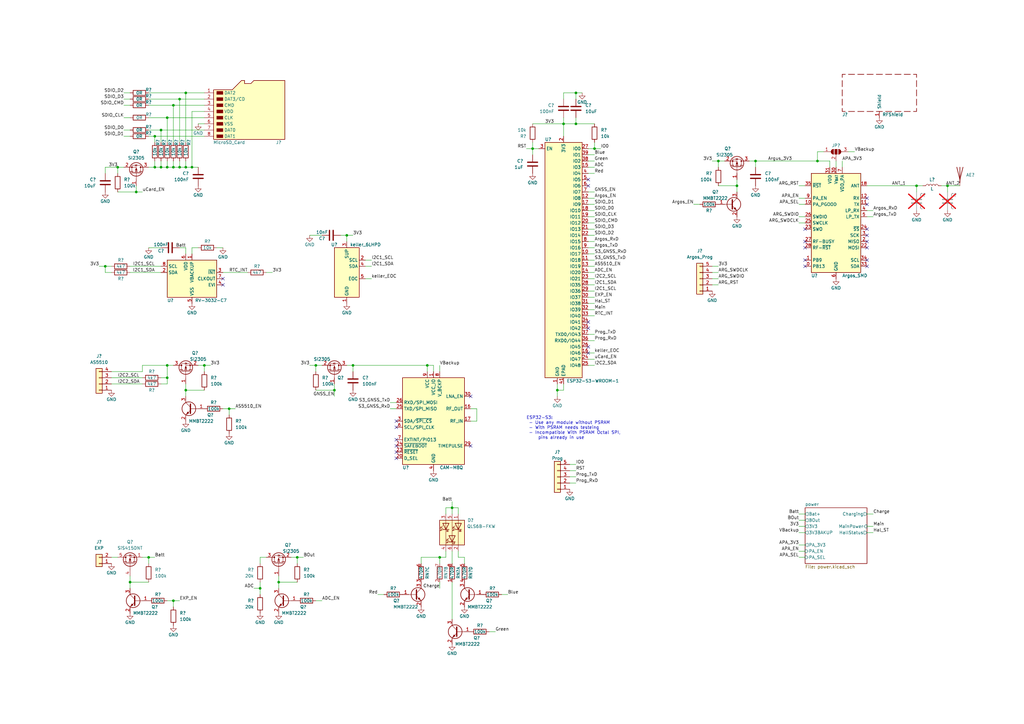
<source format=kicad_sch>
(kicad_sch (version 20250114) (generator "eeschema") (generator_version "9.0")
  (paper "A3")
  (title_block (title "Trident V3") (rev "1.0.1") (company "ElectricBlue"))
  (text "ESP32-S3:\n - Use any module without PSRAM\n - With PSRAM needs testeing\n - Incompatible With PSRAM Octal SPI,\n	pins already in use" (at 215.9 180.34 0) (effects (font (size 1.27 1.27)) (justify left bottom)))
  (junction (at 66.04 53.34))
  (junction (at 236.22 38.1))
  (junction (at 218.44 60.96))
  (junction (at 71.12 246.38))
  (junction (at 231.14 50.8))
  (junction (at 375.92 76.2))
  (junction (at 175.26 149.86))
  (junction (at 53.34 238.76))
  (junction (at 388.62 76.2))
  (junction (at 68.58 48.26))
  (junction (at 142.24 96.52))
  (junction (at 114.3 238.76))
  (junction (at 68.58 68.58))
  (junction (at 243.84 60.96))
  (junction (at 68.58 154.94))
  (junction (at 137.16 160.02))
  (junction (at 71.12 43.18))
  (junction (at 78.74 68.58))
  (junction (at 60.96 228.6))
  (junction (at 144.78 149.86))
  (junction (at 73.66 68.58))
  (junction (at 76.2 68.58))
  (junction (at 73.66 40.64))
  (junction (at 76.2 160.02))
  (junction (at 236.22 50.8))
  (junction (at 185.42 208.28))
  (junction (at 129.54 149.86))
  (junction (at 228.6 160.02))
  (junction (at 48.26 68.58))
  (junction (at 309.88 66.04))
  (junction (at 63.5 68.58))
  (junction (at 83.82 149.86))
  (junction (at 71.12 68.58))
  (junction (at 43.18 109.22))
  (junction (at 302.26 76.2))
  (junction (at 180.34 228.6))
  (junction (at 93.98 167.64))
  (junction (at 76.2 38.1))
  (junction (at 121.92 228.6))
  (junction (at 66.04 68.58))
  (junction (at 68.58 149.86))
  (junction (at 335.28 66.04))
  (junction (at 294.64 66.04))
  (junction (at 106.68 241.3))
  (junction (at 63.5 55.88))
  (junction (at 55.88 78.74))
  (no_connect (at 162.56 185.42))
  (no_connect (at 330.2 106.68))
  (no_connect (at 91.44 116.84))
  (no_connect (at 241.3 142.24))
  (no_connect (at 241.3 144.78))
  (no_connect (at 241.3 76.2))
  (no_connect (at 355.6 93.98))
  (no_connect (at 330.2 109.22))
  (no_connect (at 355.6 109.22))
  (no_connect (at 162.56 182.88))
  (no_connect (at 162.56 175.26))
  (no_connect (at 355.6 106.68))
  (no_connect (at 355.6 96.52))
  (no_connect (at 355.6 99.06))
  (no_connect (at 330.2 101.6))
  (no_connect (at 330.2 99.06))
  (no_connect (at 193.04 162.56))
  (no_connect (at 162.56 172.72))
  (no_connect (at 241.3 73.66))
  (no_connect (at 162.56 180.34))
  (no_connect (at 162.56 187.96))
  (no_connect (at 355.6 101.6))
  (no_connect (at 91.44 114.3))
  (no_connect (at 193.04 182.88))
  (no_connect (at 330.2 93.98))
  (no_connect (at 355.6 81.28))
  (no_connect (at 241.3 134.62))
  (no_connect (at 355.6 83.82))
  (no_connect (at 241.3 132.08))
  (wire (pts (xy 68.58 48.26) (xy 83.82 48.26)))
  (wire (pts (xy 243.84 129.54) (xy 241.3 129.54)))
  (wire (pts (xy 48.26 68.58) (xy 50.8 68.58)))
  (wire (pts (xy 50.8 55.88) (xy 53.34 55.88)))
  (wire (pts (xy 236.22 38.1) (xy 236.22 40.64)))
  (wire (pts (xy 243.84 93.98) (xy 241.3 93.98)))
  (wire (pts (xy 375.92 76.2) (xy 375.92 78.74)))
  (wire (pts (xy 309.88 66.04) (xy 309.88 68.58)))
  (wire (pts (xy 327.66 91.44) (xy 330.2 91.44)))
  (wire (pts (xy 187.96 210.82) (xy 187.96 208.28)))
  (wire (pts (xy 243.84 124.46) (xy 241.3 124.46)))
  (wire (pts (xy 58.42 152.4) (xy 58.42 149.86)))
  (wire (pts (xy 327.66 223.52) (xy 330.2 223.52)))
  (wire (pts (xy 53.34 238.76) (xy 53.34 241.3)))
  (wire (pts (xy 294.64 114.3) (xy 292.1 114.3)))
  (wire (pts (xy 132.08 246.38) (xy 129.54 246.38)))
  (wire (pts (xy 180.34 228.6) (xy 180.34 231.14)))
  (wire (pts (xy 243.84 91.44) (xy 241.3 91.44)))
  (wire (pts (xy 236.22 50.8) (xy 243.84 50.8)))
  (wire (pts (xy 50.8 40.64) (xy 53.34 40.64)))
  (wire (pts (xy 231.14 40.64) (xy 231.14 38.1)))
  (wire (pts (xy 193.04 172.72) (xy 195.58 172.72)))
  (wire (pts (xy 73.66 68.58) (xy 71.12 68.58)))
  (wire (pts (xy 127 149.86) (xy 129.54 149.86)))
  (wire (pts (xy 66.04 53.34) (xy 83.82 53.34)))
  (wire (pts (xy 129.54 149.86) (xy 132.08 149.86)))
  (wire (pts (xy 106.68 241.3) (xy 104.14 241.3)))
  (wire (pts (xy 142.24 96.52) (xy 144.78 96.52)))
  (wire (pts (xy 187.96 228.6) (xy 190.5 228.6)))
  (wire (pts (xy 243.84 63.5) (xy 241.3 63.5)))
  (wire (pts (xy 388.62 76.2) (xy 388.62 78.74)))
  (wire (pts (xy 231.14 50.8) (xy 236.22 50.8)))
  (wire (pts (xy 60.96 40.64) (xy 73.66 40.64)))
  (wire (pts (xy 45.72 111.76) (xy 43.18 111.76)))
  (wire (pts (xy 83.82 152.4) (xy 83.82 149.86)))
  (wire (pts (xy 231.14 157.48) (xy 231.14 160.02)))
  (wire (pts (xy 185.42 208.28) (xy 185.42 210.82)))
  (wire (pts (xy 241.3 144.78) (xy 243.84 144.78)))
  (wire (pts (xy 53.34 111.76) (xy 66.04 111.76)))
  (wire (pts (xy 76.2 101.6) (xy 76.2 104.14)))
  (wire (pts (xy 76.2 160.02) (xy 76.2 162.56)))
  (wire (pts (xy 58.42 154.94) (xy 45.72 154.94)))
  (wire (pts (xy 81.28 149.86) (xy 83.82 149.86)))
  (wire (pts (xy 236.22 38.1) (xy 238.76 38.1)))
  (wire (pts (xy 327.66 213.36) (xy 330.2 213.36)))
  (wire (pts (xy 121.92 238.76) (xy 114.3 238.76)))
  (wire (pts (xy 327.66 83.82) (xy 330.2 83.82)))
  (wire (pts (xy 243.84 99.06) (xy 241.3 99.06)))
  (wire (pts (xy 78.74 45.72) (xy 78.74 68.58)))
  (wire (pts (xy 294.64 66.04) (xy 297.18 66.04)))
  (wire (pts (xy 43.18 68.58) (xy 48.26 68.58)))
  (wire (pts (xy 335.28 66.04) (xy 340.36 66.04)))
  (wire (pts (xy 231.14 48.26) (xy 231.14 50.8)))
  (wire (pts (xy 243.84 96.52) (xy 241.3 96.52)))
  (wire (pts (xy 109.22 111.76) (xy 111.76 111.76)))
  (wire (pts (xy 193.04 167.64) (xy 195.58 167.64)))
  (wire (pts (xy 139.7 96.52) (xy 142.24 96.52)))
  (wire (pts (xy 68.58 157.48) (xy 68.58 154.94)))
  (wire (pts (xy 172.72 228.6) (xy 180.34 228.6)))
  (wire (pts (xy 241.3 106.68) (xy 243.84 106.68)))
  (wire (pts (xy 386.08 76.2) (xy 388.62 76.2)))
  (wire (pts (xy 68.58 58.42) (xy 68.58 48.26)))
  (wire (pts (xy 327.66 218.44) (xy 330.2 218.44)))
  (wire (pts (xy 83.82 149.86) (xy 86.36 149.86)))
  (wire (pts (xy 355.6 210.82) (xy 358.14 210.82)))
  (wire (pts (xy 68.58 149.86) (xy 71.12 149.86)))
  (wire (pts (xy 243.84 119.38) (xy 241.3 119.38)))
  (wire (pts (xy 231.14 50.8) (xy 231.14 55.88)))
  (wire (pts (xy 68.58 246.38) (xy 71.12 246.38)))
  (wire (pts (xy 294.64 116.84) (xy 292.1 116.84)))
  (wire (pts (xy 327.66 228.6) (xy 330.2 228.6)))
  (wire (pts (xy 144.78 152.4) (xy 144.78 149.86)))
  (wire (pts (xy 78.74 104.14) (xy 78.74 101.6)))
  (wire (pts (xy 121.92 228.6) (xy 119.38 228.6)))
  (wire (pts (xy 302.26 73.66) (xy 302.26 76.2)))
  (wire (pts (xy 205.74 243.84) (xy 208.28 243.84)))
  (wire (pts (xy 68.58 154.94) (xy 66.04 154.94)))
  (wire (pts (xy 241.3 60.96) (xy 243.84 60.96)))
  (wire (pts (xy 236.22 193.04) (xy 233.68 193.04)))
  (wire (pts (xy 60.96 43.18) (xy 71.12 43.18)))
  (wire (pts (xy 243.84 137.16) (xy 241.3 137.16)))
  (wire (pts (xy 58.42 152.4) (xy 45.72 152.4)))
  (wire (pts (xy 55.88 78.74) (xy 55.88 76.2)))
  (wire (pts (xy 101.6 111.76) (xy 91.44 111.76)))
  (wire (pts (xy 195.58 167.64) (xy 195.58 172.72)))
  (wire (pts (xy 388.62 76.2) (xy 393.7 76.2)))
  (wire (pts (xy 345.44 66.04) (xy 345.44 68.58)))
  (wire (pts (xy 55.88 78.74) (xy 58.42 78.74)))
  (wire (pts (xy 185.42 226.06) (xy 185.42 231.14)))
  (wire (pts (xy 309.88 66.04) (xy 335.28 66.04)))
  (wire (pts (xy 66.04 68.58) (xy 63.5 68.58)))
  (wire (pts (xy 241.3 81.28) (xy 243.84 81.28)))
  (wire (pts (xy 243.84 127) (xy 241.3 127)))
  (wire (pts (xy 132.08 96.52) (xy 127 96.52)))
  (wire (pts (xy 327.66 76.2) (xy 330.2 76.2)))
  (wire (pts (xy 50.8 38.1) (xy 53.34 38.1)))
  (wire (pts (xy 294.64 109.22) (xy 292.1 109.22)))
  (wire (pts (xy 63.5 55.88) (xy 63.5 58.42)))
  (wire (pts (xy 175.26 149.86) (xy 144.78 149.86)))
  (wire (pts (xy 302.26 76.2) (xy 302.26 78.74)))
  (wire (pts (xy 236.22 190.5) (xy 233.68 190.5)))
  (wire (pts (xy 294.64 68.58) (xy 294.64 66.04)))
  (wire (pts (xy 137.16 162.56) (xy 137.16 160.02)))
  (wire (pts (xy 71.12 68.58) (xy 68.58 68.58)))
  (wire (pts (xy 66.04 157.48) (xy 68.58 157.48)))
  (wire (pts (xy 233.68 198.12) (xy 236.22 198.12)))
  (wire (pts (xy 241.3 104.14) (xy 243.84 104.14)))
  (wire (pts (xy 93.98 167.64) (xy 93.98 170.18)))
  (wire (pts (xy 160.02 165.1) (xy 162.56 165.1)))
  (wire (pts (xy 231.14 160.02) (xy 228.6 160.02)))
  (wire (pts (xy 50.8 48.26) (xy 53.34 48.26)))
  (wire (pts (xy 83.82 160.02) (xy 76.2 160.02)))
  (wire (pts (xy 76.2 58.42) (xy 76.2 38.1)))
  (wire (pts (xy 236.22 48.26) (xy 236.22 50.8)))
  (wire (pts (xy 243.84 88.9) (xy 241.3 88.9)))
  (wire (pts (xy 228.6 162.56) (xy 228.6 160.02)))
  (wire (pts (xy 284.48 83.82) (xy 287.02 83.82)))
  (wire (pts (xy 243.84 78.74) (xy 241.3 78.74)))
  (wire (pts (xy 60.96 228.6) (xy 63.5 228.6)))
  (wire (pts (xy 241.3 111.76) (xy 243.84 111.76)))
  (wire (pts (xy 292.1 66.04) (xy 294.64 66.04)))
  (wire (pts (xy 172.72 231.14) (xy 172.72 228.6)))
  (wire (pts (xy 121.92 231.14) (xy 121.92 228.6)))
  (wire (pts (xy 243.84 116.84) (xy 241.3 116.84)))
  (wire (pts (xy 66.04 58.42) (xy 66.04 53.34)))
  (wire (pts (xy 109.22 228.6) (xy 106.68 228.6)))
  (wire (pts (xy 73.66 101.6) (xy 76.2 101.6)))
  (wire (pts (xy 200.66 259.08) (xy 203.2 259.08)))
  (wire (pts (xy 340.36 66.04) (xy 340.36 68.58)))
  (wire (pts (xy 68.58 68.58) (xy 66.04 68.58)))
  (wire (pts (xy 335.28 62.23) (xy 335.28 66.04)))
  (wire (pts (xy 327.66 88.9) (xy 330.2 88.9)))
  (wire (pts (xy 243.84 66.04) (xy 241.3 66.04)))
  (wire (pts (xy 53.34 109.22) (xy 66.04 109.22)))
  (wire (pts (xy 327.66 215.9) (xy 330.2 215.9)))
  (wire (pts (xy 45.72 228.6) (xy 48.26 228.6)))
  (wire (pts (xy 142.24 96.52) (xy 142.24 99.06)))
  (wire (pts (xy 60.96 68.58) (xy 63.5 68.58)))
  (wire (pts (xy 215.9 60.96) (xy 218.44 60.96)))
  (wire (pts (xy 78.74 101.6) (xy 81.28 101.6)))
  (wire (pts (xy 243.84 83.82) (xy 241.3 83.82)))
  (wire (pts (xy 91.44 167.64) (xy 93.98 167.64)))
  (wire (pts (xy 40.64 109.22) (xy 43.18 109.22)))
  (wire (pts (xy 231.14 38.1) (xy 236.22 38.1)))
  (wire (pts (xy 182.88 208.28) (xy 182.88 210.82)))
  (wire (pts (xy 76.2 66.04) (xy 76.2 68.58)))
  (wire (pts (xy 241.3 68.58) (xy 243.84 68.58)))
  (wire (pts (xy 66.04 53.34) (xy 60.96 53.34)))
  (wire (pts (xy 185.42 238.76) (xy 185.42 254)))
  (wire (pts (xy 185.42 205.74) (xy 185.42 208.28)))
  (wire (pts (xy 243.84 139.7) (xy 241.3 139.7)))
  (wire (pts (xy 63.5 68.58) (xy 63.5 66.04)))
  (wire (pts (xy 142.24 149.86) (xy 144.78 149.86)))
  (wire (pts (xy 218.44 60.96) (xy 218.44 63.5)))
  (wire (pts (xy 177.8 152.4) (xy 177.8 149.86)))
  (wire (pts (xy 58.42 157.48) (xy 45.72 157.48)))
  (wire (pts (xy 327.66 210.82) (xy 330.2 210.82)))
  (wire (pts (xy 76.2 160.02) (xy 76.2 157.48)))
  (wire (pts (xy 182.88 226.06) (xy 182.88 228.6)))
  (wire (pts (xy 63.5 55.88) (xy 83.82 55.88)))
  (wire (pts (xy 294.64 111.76) (xy 292.1 111.76)))
  (wire (pts (xy 76.2 68.58) (xy 73.66 68.58)))
  (wire (pts (xy 48.26 78.74) (xy 55.88 78.74)))
  (wire (pts (xy 60.96 55.88) (xy 63.5 55.88)))
  (wire (pts (xy 243.84 60.96) (xy 243.84 58.42)))
  (wire (pts (xy 327.66 81.28) (xy 330.2 81.28)))
  (wire (pts (xy 228.6 157.48) (xy 228.6 160.02)))
  (wire (pts (xy 355.6 76.2) (xy 375.92 76.2)))
  (wire (pts (xy 137.16 160.02) (xy 137.16 157.48)))
  (wire (pts (xy 43.18 109.22) (xy 45.72 109.22)))
  (wire (pts (xy 88.9 101.6) (xy 91.44 101.6)))
  (wire (pts (xy 53.34 238.76) (xy 53.34 236.22)))
  (wire (pts (xy 71.12 66.04) (xy 71.12 68.58)))
  (wire (pts (xy 66.04 66.04) (xy 66.04 68.58)))
  (wire (pts (xy 177.8 149.86) (xy 175.26 149.86)))
  (wire (pts (xy 71.12 43.18) (xy 83.82 43.18)))
  (wire (pts (xy 106.68 238.76) (xy 106.68 241.3)))
  (wire (pts (xy 78.74 68.58) (xy 76.2 68.58)))
  (wire (pts (xy 50.8 53.34) (xy 53.34 53.34)))
  (wire (pts (xy 335.28 62.23) (xy 337.82 62.23)))
  (wire (pts (xy 43.18 71.12) (xy 43.18 68.58)))
  (wire (pts (xy 241.3 149.86) (xy 243.84 149.86)))
  (wire (pts (xy 152.4 106.68) (xy 149.86 106.68)))
  (wire (pts (xy 60.96 238.76) (xy 53.34 238.76)))
  (wire (pts (xy 106.68 228.6) (xy 106.68 231.14)))
  (wire (pts (xy 307.34 66.04) (xy 309.88 66.04)))
  (wire (pts (xy 81.28 50.8) (xy 83.82 50.8)))
  (wire (pts (xy 218.44 60.96) (xy 220.98 60.96)))
  (wire (pts (xy 190.5 228.6) (xy 190.5 231.14)))
  (wire (pts (xy 160.02 167.64) (xy 162.56 167.64)))
  (wire (pts (xy 355.6 215.9) (xy 358.14 215.9)))
  (wire (pts (xy 243.84 121.92) (xy 241.3 121.92)))
  (wire (pts (xy 342.9 66.04) (xy 342.9 68.58)))
  (wire (pts (xy 129.54 152.4) (xy 129.54 149.86)))
  (wire (pts (xy 327.66 226.06) (xy 330.2 226.06)))
  (wire (pts (xy 175.26 152.4) (xy 175.26 149.86)))
  (wire (pts (xy 66.04 101.6) (xy 60.96 101.6)))
  (wire (pts (xy 78.74 68.58) (xy 81.28 68.58)))
  (wire (pts (xy 243.84 71.12) (xy 241.3 71.12)))
  (wire (pts (xy 358.14 86.36) (xy 355.6 86.36)))
  (wire (pts (xy 106.68 241.3) (xy 106.68 243.84)))
  (wire (pts (xy 185.42 208.28) (xy 182.88 208.28)))
  (wire (pts (xy 294.64 76.2) (xy 302.26 76.2)))
  (wire (pts (xy 243.84 101.6) (xy 241.3 101.6)))
  (wire (pts (xy 93.98 167.64) (xy 96.52 167.64)))
  (wire (pts (xy 218.44 58.42) (xy 218.44 60.96)))
  (wire (pts (xy 114.3 236.22) (xy 114.3 238.76)))
  (wire (pts (xy 83.82 45.72) (xy 78.74 45.72)))
  (wire (pts (xy 243.84 114.3) (xy 241.3 114.3)))
  (wire (pts (xy 50.8 43.18) (xy 53.34 43.18)))
  (wire (pts (xy 358.14 88.9) (xy 355.6 88.9)))
  (wire (pts (xy 76.2 38.1) (xy 83.82 38.1)))
  (wire (pts (xy 218.44 50.8) (xy 231.14 50.8)))
  (wire (pts (xy 124.46 228.6) (xy 121.92 228.6)))
  (wire (pts (xy 58.42 228.6) (xy 60.96 228.6)))
  (wire (pts (xy 71.12 58.42) (xy 71.12 43.18)))
  (wire (pts (xy 73.66 58.42) (xy 73.66 40.64)))
  (wire (pts (xy 375.92 76.2) (xy 378.46 76.2)))
  (wire (pts (xy 187.96 226.06) (xy 187.96 228.6)))
  (wire (pts (xy 157.48 243.84) (xy 154.94 243.84)))
  (wire (pts (xy 60.96 231.14) (xy 60.96 228.6)))
  (wire (pts (xy 182.88 228.6) (xy 180.34 228.6)))
  (wire (pts (xy 71.12 246.38) (xy 73.66 246.38)))
  (wire (pts (xy 355.6 218.44) (xy 358.14 218.44)))
  (wire (pts (xy 68.58 66.04) (xy 68.58 68.58)))
  (wire (pts (xy 73.66 40.64) (xy 83.82 40.64)))
  (wire (pts (xy 68.58 154.94) (xy 68.58 149.86)))
  (wire (pts (xy 243.84 60.96) (xy 246.38 60.96)))
  (wire (pts (xy 180.34 149.86) (xy 180.34 152.4)))
  (wire (pts (xy 233.68 195.58) (xy 236.22 195.58)))
  (wire (pts (xy 71.12 246.38) (xy 71.12 248.92)))
  (wire (pts (xy 60.96 38.1) (xy 76.2 38.1)))
  (wire (pts (xy 68.58 149.86) (xy 58.42 149.86)))
  (wire (pts (xy 243.84 86.36) (xy 241.3 86.36)))
  (wire (pts (xy 48.26 71.12) (xy 48.26 68.58)))
  (wire (pts (xy 73.66 66.04) (xy 73.66 68.58)))
  (wire (pts (xy 129.54 160.02) (xy 137.16 160.02)))
  (wire (pts (xy 241.3 147.32) (xy 243.84 147.32)))
  (wire (pts (xy 114.3 238.76) (xy 114.3 241.3)))
  (wire (pts (xy 350.52 62.23) (xy 347.98 62.23)))
  (wire (pts (xy 43.18 111.76) (xy 43.18 109.22)))
  (wire (pts (xy 152.4 114.3) (xy 149.86 114.3)))
  (wire (pts (xy 187.96 208.28) (xy 185.42 208.28)))
  (wire (pts (xy 243.84 109.22) (xy 241.3 109.22)))
  (wire (pts (xy 180.34 238.76) (xy 180.34 241.3)))
  (wire (pts (xy 60.96 48.26) (xy 68.58 48.26)))
  (wire (pts (xy 152.4 109.22) (xy 149.86 109.22)))
  (label "ADC" (at 243.84 68.58 0))
  (label "3V3" (at 48.26 68.58 180))
  (label "SDIO_D1" (at 50.8 55.88 180))
  (label "Blue" (at 243.84 63.5 0))
  (label "Batt" (at 327.66 210.82 180))
  (label "keller_EOC" (at 243.84 144.78 0))
  (label "Charge" (at 180.34 241.3 180))
  (label "SDIO_D2" (at 243.84 96.52 0))
  (label "Red" (at 243.84 71.12 0))
  (label "SDIO_CMD" (at 243.84 91.44 0))
  (label "Argus_3V3" (at 314.96 66.04 0))
  (label "SDIO_CLK" (at 243.84 88.9 0))
  (label "Argos_RxD" (at 358.14 86.36 0))
  (label "Main" (at 243.84 127 0))
  (label "ADC" (at 104.14 241.3 180))
  (label "I2C2_SCL" (at 48.26 154.94 0))
  (label "APA_SEL" (at 327.66 83.82 180))
  (label "ANT_1" (at 365.76 76.2 0))
  (label "keller_EOC" (at 152.4 114.3 0))
  (label "Hal_ST" (at 358.14 218.44 0))
  (label "IO0" (at 236.22 190.5 0))
  (label "APA_SEL" (at 327.66 228.6 180))
  (label "Batt" (at 185.42 205.74 180))
  (label "uCard_EN" (at 58.42 78.74 0))
  (label "I2C2_SDA" (at 48.26 157.48 0))
  (label "APA_3V3" (at 327.66 223.52 180))
  (label "AS5510_EN" (at 96.52 167.64 0))
  (label "uCard_EN" (at 243.84 147.32 0))
  (label "3V3" (at 40.64 109.22 180))
  (label "I2C1_SCL" (at 63.5 109.22 180))
  (label "S3_GNSS_RxD" (at 160.02 167.64 180))
  (label "SDIO_D2" (at 50.8 38.1 180))
  (label "ARG_SWDIO" (at 294.64 114.3 0))
  (label "RST" (at 215.9 60.96 180))
  (label "AS5510_EN" (at 243.84 109.22 0))
  (label "ADC_EN" (at 243.84 111.76 0))
  (label "IO0" (at 246.38 60.96 0))
  (label "APA_3V3" (at 345.44 66.04 0))
  (label "BOut" (at 327.66 213.36 180))
  (label "Batt" (at 63.5 228.6 0))
  (label "I2C1_SCL" (at 152.4 106.68 0))
  (label "S3_GNSS_RxD" (at 243.84 104.14 0))
  (label "APA_EN" (at 327.66 226.06 180))
  (label "RTC_INT" (at 243.84 129.54 0))
  (label "ANT_2" (at 393.7 76.2 180))
  (label "VBackup" (at 350.52 62.23 0))
  (label "SDIO_D3" (at 50.8 40.64 180))
  (label "S3_GNSS_TxD" (at 243.84 106.68 0))
  (label "BOut" (at 124.46 228.6 0))
  (label "APA_EN" (at 327.66 81.28 180))
  (label "EXP_EN" (at 243.84 121.92 0))
  (label "I2C2_SDA" (at 243.84 149.86 0))
  (label "Argos_EN" (at 243.84 81.28 0))
  (label "VBackup" (at 180.34 149.86 0))
  (label "I2C1_SDA" (at 63.5 111.76 180))
  (label "I2C1_SCL" (at 243.84 119.38 0))
  (label "Prog_RxD" (at 236.22 198.12 0))
  (label "SDIO_D0" (at 50.8 53.34 180))
  (label "3V3" (at 127 149.86 180))
  (label "I2C1_SDA" (at 152.4 109.22 0))
  (label "SDIO_D3" (at 243.84 93.98 0))
  (label "GNSS_EN" (at 243.84 78.74 0))
  (label "ADC_EN" (at 132.08 246.38 0))
  (label "Argos_EN" (at 284.48 83.82 180))
  (label "ARG_SWDCLK" (at 294.64 111.76 0))
  (label "Green" (at 243.84 66.04 0))
  (label "ARG_SWDIO" (at 327.66 88.9 180))
  (label "3V3" (at 86.36 149.86 0))
  (label "I2C2_SCL" (at 243.84 114.3 0))
  (label "VBackup" (at 327.66 218.44 180))
  (label "Main" (at 358.14 215.9 0))
  (label "ARG_RST" (at 294.64 116.84 0))
  (label "Hal_ST" (at 243.84 124.46 0))
  (label "3V3" (at 327.66 215.9 180))
  (label "ARG_SWDCLK" (at 327.66 91.44 180))
  (label "SDIO_CLK" (at 50.8 48.26 180))
  (label "GNSS_EN" (at 137.16 162.56 180))
  (label "I2C1_SDA" (at 243.84 116.84 0))
  (label "Argos_TxD" (at 243.84 101.6 0))
  (label "3V3" (at 111.76 111.76 0))
  (label "SDIO_CMD" (at 50.8 43.18 180))
  (label "Argos_TxD" (at 358.14 88.9 0))
  (label "3V3" (at 223.52 50.8 0))
  (label "Charge" (at 358.14 210.82 0))
  (label "Blue" (at 208.28 243.84 0))
  (label "ARG_RST" (at 327.66 76.2 180))
  (label "RTC_INT" (at 93.98 111.76 0))
  (label "S3_GNSS_TxD" (at 160.02 165.1 180))
  (label "SDIO_D1" (at 243.84 83.82 0))
  (label "3V3" (at 144.78 96.52 0))
  (label "Prog_TxD" (at 243.84 137.16 0))
  (label "EXP_EN" (at 73.66 246.38 0))
  (label "Green" (at 203.2 259.08 0))
  (label "RST" (at 236.22 193.04 0))
  (label "Argos_RxD" (at 243.84 99.06 0))
  (label "Prog_TxD" (at 236.22 195.58 0))
  (label "Batt" (at 76.2 101.6 180))
  (label "Red" (at 154.94 243.84 180))
  (label "SDIO_D0" (at 243.84 86.36 0))
  (label "3V3" (at 294.64 109.22 0))
  (label "3V3" (at 292.1 66.04 180))
  (label "Prog_RxD" (at 243.84 139.7 0))
  (symbol (lib_id "Device:C") (at 388.62 82.55 0) (unit 1) (dnp yes)
    (property "Reference" "C?" (at 389.89 80.01 0) (effects (justify left)))
    (property "Value" "C" (at 389.89 85.09 0) (effects (justify left)))
    (property "Footprint" "Capacitor_SMD:C_0402_1005Metric" (effects (hide yes)))
    (property "Description" "Unpolarized capacitor" (effects (hide yes)))
  )
  (symbol (lib_id "Transistor_BJT:Q_NPN_BEC") (at 187.96 259.08 0) (mirror y) (unit 1)
    (property "Reference" "Q?" (at 196.85 261.62 0) (effects (justify left)))
    (property "Value" "MMBT2222" (at 196.85 264.16 0) (effects (justify left)))
    (property "Footprint" "Package_TO_SOT_SMD:SOT-23" (effects (hide yes)))
    (property "Description" "NPN transistor, base/emitter/collector" (effects (hide yes)))
    (property "manf#" "MMBT2222ALT3G" (effects (hide yes)))
  )
  (symbol (lib_id "power:GND") (at 76.2 172.72 0) (mirror y) (unit 1)
    (property "Reference" "#PWR03" (effects (hide yes)))
    (property "Value" "GND" (at 76.2 176.53 0))
  )
  (symbol (lib_id "Device:R") (at 85.09 101.6 90) (unit 1)
    (property "Reference" "R?" (at 85.09 99.06 90))
    (property "Value" "10k" (at 85.09 101.6 90))
    (property "Footprint" "Resistor_SMD:R_0603_1608Metric" (effects (hide yes)))
    (property "Description" "Resistor" (effects (hide yes)))
    (property "manf#" "CRCW060310K0FKEAC" (effects (hide yes)))
  )
  (symbol (lib_id "Transistor_BJT:Q_NPN_BEC") (at 170.18 243.84 0) (unit 1)
    (property "Reference" "Q?" (at 161.29 246.38 0) (effects (justify left)))
    (property "Value" "MMBT2222" (at 161.29 248.92 0) (effects (justify left)))
    (property "Footprint" "Package_TO_SOT_SMD:SOT-23" (effects (hide yes)))
    (property "Description" "NPN transistor, base/emitter/collector" (effects (hide yes)))
    (property "manf#" "MMBT2222ALT3G" (effects (hide yes)))
  )
  (symbol (lib_id "Jumper:SolderJumper_3_Open") (at 342.9 62.23 0) (unit 1) (in_bom no)
    (property "Reference" "JP?" (at 342.9 59.69 0))
    (property "Value" "SolderJumper_3_Open" (effects (hide yes)))
    (property "Footprint" "Jumper:SolderJumper-3_P1.3mm_Open_RoundedPad1.0x1.5mm" (effects (hide yes)))
    (property "Description" "Solder Jumper, 3-pole, open" (effects (hide yes)))
  )
  (symbol (lib_id "power:GND") (at 342.9 114.3 0) (unit 1)
    (property "Reference" "#PWR?" (effects (hide yes)))
    (property "Value" "GND" (at 342.9 118.11 0))
  )
  (symbol (lib_id "Device:R") (at 64.77 246.38 270) (mirror x) (unit 1)
    (property "Reference" "R?" (at 64.77 243.84 90))
    (property "Value" "100k" (at 64.77 246.38 90))
    (property "Footprint" "Resistor_SMD:R_0603_1608Metric" (effects (hide yes)))
    (property "Description" "Resistor" (effects (hide yes)))
    (property "manf#" "CRCW0603100KFKEAC" (effects (hide yes)))
  )
  (symbol (lib_id "Device:R") (at 87.63 167.64 270) (mirror x) (unit 1)
    (property "Reference" "R?" (at 87.63 165.1 90))
    (property "Value" "100k" (at 87.63 167.64 90))
    (property "Footprint" "Resistor_SMD:R_0603_1608Metric" (effects (hide yes)))
    (property "Description" "Resistor" (effects (hide yes)))
    (property "manf#" "CRCW0603100KFKEAC" (effects (hide yes)))
  )
  (symbol (lib_id "Device:R") (at 83.82 156.21 0) (unit 1)
    (property "Reference" "R?" (at 86.36 154.9399 0) (effects (justify left)))
    (property "Value" "100k" (at 86.36 157.4799 0) (effects (justify left)))
    (property "Footprint" "Resistor_SMD:R_0603_1608Metric" (effects (hide yes)))
    (property "Description" "Resistor" (effects (hide yes)))
    (property "manf#" "CRCW0603100KFKEAC" (effects (hide yes)))
  )
  (symbol (lib_id "Device:R") (at 121.92 234.95 0) (unit 1)
    (property "Reference" "R?" (at 124.46 233.6799 0) (effects (justify left)))
    (property "Value" "100k" (at 124.46 236.2199 0) (effects (justify left)))
    (property "Footprint" "Resistor_SMD:R_0603_1608Metric" (effects (hide yes)))
    (property "Description" "Resistor" (effects (hide yes)))
    (property "manf#" "CRCW0603100KFKEAC" (effects (hide yes)))
  )
  (symbol (lib_id "Device:RFShield_OnePiece") (at 360.68 38.1 0) (unit 1)
    (property "Reference" "J?" (at 345.44 46.99 0) (effects (justify left)))
    (property "Value" "RFShield" (at 361.95 46.99 0) (effects (justify left)))
    (property "Footprint" "myDevices:Wuerth_36103255S_25x25mm" (effects (hide yes)))
    (property "Datasheet" "https://www.we-online.com/components/products/datasheet/36103255S.pdf" (effects (hide yes)))
    (property "Description" "One-piece EMI RF shielding cabinet" (effects (hide yes)))
    (property "manf#" "36103255S" (effects (hide yes)))
  )
  (symbol (lib_id "Device:C") (at 144.78 156.21 0) (mirror y) (unit 1)
    (property "Reference" "C?" (at 148.59 154.9399 0) (effects (justify right)))
    (property "Value" "100nF" (at 148.59 157.4799 0) (effects (justify right)))
    (property "Footprint" "Capacitor_SMD:C_0603_1608Metric" (effects (hide yes)))
    (property "Description" "Unpolarized capacitor" (effects (hide yes)))
    (property "manf#" "0603YC104JAT2A" (effects (hide yes)))
  )
  (symbol (lib_id "Device:C") (at 236.22 44.45 0) (mirror y) (unit 1)
    (property "Reference" "C?" (at 240.03 43.1799 0) (effects (justify right)))
    (property "Value" "10uF" (at 240.03 45.7199 0) (effects (justify right)))
    (property "Footprint" "Capacitor_SMD:C_0603_1608Metric" (effects (hide yes)))
    (property "Description" "Unpolarized capacitor" (effects (hide yes)))
    (property "manf#" "JMK107ABJ106MA-T" (effects (hide yes)))
  )
  (symbol (lib_id "Device:R") (at 66.04 62.23 0) (unit 1)
    (property "Reference" "R?" (at 67.31 59.69 90) (effects (justify left)))
    (property "Value" "10k" (at 66.04 64.008 90) (effects (justify left)))
    (property "Footprint" "Resistor_SMD:R_0603_1608Metric" (effects (hide yes)))
    (property "Description" "Resistor" (effects (hide yes)))
    (property "manf#" "CRCW060310K0FKEAC" (effects (hide yes)))
  )
  (symbol (lib_id "Device:R") (at 62.23 157.48 90) (mirror x) (unit 1)
    (property "Reference" "R?" (at 62.23 160.02 90))
    (property "Value" "4k7" (at 62.23 157.48 90))
    (property "Footprint" "Resistor_SMD:R_0603_1608Metric" (effects (hide yes)))
    (property "Description" "Resistor" (effects (hide yes)))
    (property "manf#" "CRCW06034K70FKEAC" (effects (hide yes)))
  )
  (symbol (lib_id "Transistor_FET:SiS415DNT") (at 53.34 231.14 90) (unit 1)
    (property "Reference" "Q?" (at 53.34 222.25 90))
    (property "Value" "SiS415DNT" (at 53.34 224.79 90))
    (property "Footprint" "Package_SO:Vishay_PowerPAK_1212-8_Single" (effects (hide yes)))
    (property "Datasheet" "https://www.vishay.com/docs/63684/sis415dnt.pdf" (effects (hide yes)))
    (property "Description" "-35A Id, -20V Vds, P-Channel MOSFET, PowerPAK 1212-8 Single" (effects (hide yes)))
    (property "manf#" "SIS415DNT-T1-GE3" (effects (hide yes)))
  )
  (symbol (lib_id "Device:R_Pack04_Split") (at 190.5 234.95 0) (unit 4)
    (property "Reference" "RN?" (at 193.04 237.49 90) (effects (justify left)))
    (property "Value" "470R" (at 190.5 237.49 90) (effects (justify left)))
    (property "Footprint" "myDevices:R_Array_Convex_Panasonic_EXB38V_4x0603" (effects (hide yes)))
    (property "manf#" "EXB-38V471JV" (effects (hide yes)))
  )
  (symbol (lib_id "Device:R") (at 106.68 247.65 0) (mirror y) (unit 1)
    (property "Reference" "R?" (at 104.14 246.3799 0) (effects (justify left)))
    (property "Value" "20k" (at 104.14 248.9199 0) (effects (justify left)))
    (property "Footprint" "Resistor_SMD:R_0603_1608Metric" (effects (hide yes)))
    (property "Description" "Resistor" (effects (hide yes)))
    (property "manf#" "CRCW060320K0FKEAC" (effects (hide yes)))
  )
  (symbol (lib_id "Device:C") (at 69.85 101.6 270) (mirror x) (unit 1)
    (property "Reference" "C?" (at 66.04 102.87 90))
    (property "Value" "100nF" (at 66.04 100.33 90))
    (property "Footprint" "Capacitor_SMD:C_0603_1608Metric" (effects (hide yes)))
    (property "Description" "Unpolarized capacitor" (effects (hide yes)))
    (property "manf#" "0603YC104JAT2A" (effects (hide yes)))
  )
  (symbol (lib_id "Device:R") (at 57.15 48.26 90) (unit 1)
    (property "Reference" "R?" (at 60.96 46.99 90))
    (property "Value" "0R" (at 57.15 48.26 90))
    (property "Footprint" "Resistor_SMD:R_0603_1608Metric" (effects (hide yes)))
    (property "Description" "Resistor" (effects (hide yes)))
    (property "manf#" "CRCW06030000Z0EAC" (effects (hide yes)))
  )
  (symbol (lib_id "power:GND") (at 218.44 71.12 0) (mirror y) (unit 1)
    (property "Reference" "#PWR?" (effects (hide yes)))
    (property "Value" "GND" (at 218.44 74.93 0))
  )
  (symbol (lib_id "Device:R") (at 93.98 173.99 0) (unit 1)
    (property "Reference" "R?" (at 96.52 172.7199 0) (effects (justify left)))
    (property "Value" "100k" (at 96.52 175.2599 0) (effects (justify left)))
    (property "Footprint" "Resistor_SMD:R_0603_1608Metric" (effects (hide yes)))
    (property "Description" "Resistor" (effects (hide yes)))
    (property "manf#" "CRCW0603100KFKEAC" (effects (hide yes)))
  )
  (symbol (lib_id "Transistor_FET:Q_PMOS_GSD") (at 114.3 231.14 90) (unit 1)
    (property "Reference" "Q?" (at 118.11 223.52 90))
    (property "Value" "SI2305" (at 119.38 226.06 90))
    (property "Footprint" "Package_TO_SOT_SMD:SOT-23" (effects (hide yes)))
    (property "Description" "P-MOSFET transistor, gate/source/drain" (effects (hide yes)))
    (property "manf#" "SI2305CDS-T1-GE3" (effects (hide yes)))
  )
  (symbol (lib_id "Device:L") (at 382.27 76.2 90) (unit 1)
    (property "Reference" "L?" (at 382.27 73.66 90))
    (property "Value" "L" (at 382.27 77.47 90))
    (property "Footprint" "Inductor_SMD:L_0603_1608Metric" (effects (hide yes)))
    (property "Description" "Inductor" (effects (hide yes)))
  )
  (symbol (lib_id "power:GND") (at 388.62 86.36 0) (mirror y) (unit 1)
    (property "Reference" "#PWR?" (effects (hide yes)))
    (property "Value" "GND" (at 388.62 90.17 0))
  )
  (symbol (lib_id "power:GND") (at 53.34 251.46 0) (mirror y) (unit 1)
    (property "Reference" "#PWR?" (effects (hide yes)))
    (property "Value" "GND" (at 53.34 255.27 0))
  )
  (symbol (lib_id "myDevices:RV-3032-C7") (at 78.74 114.3 0) (unit 1)
    (property "Reference" "U?" (at 68.58 123.19 0) (effects (justify left)))
    (property "Value" "RV-3032-C7" (at 80.01 123.19 0) (effects (justify left)))
    (property "Footprint" "myDevices:RTC_SMD_MicroCrystal_C7_1.5x3.2mm" (effects (hide yes)))
    (property "Datasheet" "https://www.microcrystal.com/fileadmin/Media/Products/RTC/Datasheet/RV-3032-C7.pdf" (effects (hide yes)))
    (property "manf#" "RV-3032-C7 32.768kHz-2.5PPM-TA-QC" (effects (hide yes)))
  )
  (symbol (lib_id "power:GND") (at 185.42 264.16 0) (mirror y) (unit 1)
    (property "Reference" "#PWR?" (effects (hide yes)))
    (property "Value" "GND" (at 185.42 267.97 0))
  )
  (symbol (lib_id "Device:R") (at 62.23 154.94 270) (mirror x) (unit 1)
    (property "Reference" "R?" (at 62.23 152.4 90))
    (property "Value" "4k7" (at 62.23 154.94 90))
    (property "Footprint" "Resistor_SMD:R_0603_1608Metric" (effects (hide yes)))
    (property "Description" "Resistor" (effects (hide yes)))
    (property "manf#" "CRCW06034K70FKEAC" (effects (hide yes)))
  )
  (symbol (lib_id "Transistor_BJT:Q_NPN_BEC") (at 116.84 246.38 0) (mirror y) (unit 1)
    (property "Reference" "Q?" (at 125.73 248.92 0) (effects (justify left)))
    (property "Value" "MMBT2222" (at 125.73 251.46 0) (effects (justify left)))
    (property "Footprint" "Package_TO_SOT_SMD:SOT-23" (effects (hide yes)))
    (property "Description" "NPN transistor, base/emitter/collector" (effects (hide yes)))
    (property "manf#" "MMBT2222ALT3G" (effects (hide yes)))
  )
  (symbol (lib_id "power:GND") (at 45.72 231.14 0) (mirror y) (unit 1)
    (property "Reference" "#PWR?" (effects (hide yes)))
    (property "Value" "GND" (at 45.72 234.95 0))
  )
  (symbol (lib_id "power:GND") (at 144.78 160.02 0) (mirror y) (unit 1)
    (property "Reference" "#PWR?" (effects (hide yes)))
    (property "Value" "GND" (at 144.78 163.83 0))
  )
  (symbol (lib_id "power:GND") (at 172.72 248.92 0) (unit 1)
    (property "Reference" "#PWR?" (effects (hide yes)))
    (property "Value" "GND" (at 172.72 252.73 0))
  )
  (symbol (lib_id "Device:C") (at 309.88 72.39 0) (mirror y) (unit 1)
    (property "Reference" "C?" (at 313.69 71.1199 0) (effects (justify right)))
    (property "Value" "100nF" (at 313.69 73.6599 0) (effects (justify right)))
    (property "Footprint" "Capacitor_SMD:C_0603_1608Metric" (effects (hide yes)))
    (property "Description" "Unpolarized capacitor" (effects (hide yes)))
    (property "manf#" "0603YC104JAT2A" (effects (hide yes)))
  )
  (symbol (lib_id "myDevices:Argos_SMD") (at 342.9 91.44 0) (unit 1)
    (property "Reference" "U?" (at 332.74 113.03 0) (effects (justify left)))
    (property "Value" "Argos_SMD" (at 345.44 113.03 0) (effects (justify left)))
    (property "Footprint" "myDevices:Argos-SMD_shortLegs" (effects (hide yes)))
    (property "Description" "Arribada Argos SMD Module (uplink only, no downlink)" (effects (hide yes)))
  )
  (symbol (lib_id "power:GND") (at 309.88 76.2 0) (mirror y) (unit 1)
    (property "Reference" "#PWR?" (effects (hide yes)))
    (property "Value" "GND" (at 309.88 80.01 0))
  )
  (symbol (lib_id "Transistor_BJT:Q_NPN_BEC") (at 55.88 246.38 0) (mirror y) (unit 1)
    (property "Reference" "Q?" (at 64.77 248.92 0) (effects (justify left)))
    (property "Value" "MMBT2222" (at 64.77 251.46 0) (effects (justify left)))
    (property "Footprint" "Package_TO_SOT_SMD:SOT-23" (effects (hide yes)))
    (property "Description" "NPN transistor, base/emitter/collector" (effects (hide yes)))
    (property "manf#" "MMBT2222ALT3G" (effects (hide yes)))
  )
  (symbol (lib_id "power:GND") (at 127 96.52 0) (unit 1)
    (property "Reference" "#PWR?" (effects (hide yes)))
    (property "Value" "GND" (at 127 100.33 0))
  )
  (symbol (lib_id "Device:R") (at 60.96 234.95 0) (unit 1)
    (property "Reference" "R?" (at 63.5 233.6799 0) (effects (justify left)))
    (property "Value" "100k" (at 63.5 236.2199 0) (effects (justify left)))
    (property "Footprint" "Resistor_SMD:R_0603_1608Metric" (effects (hide yes)))
    (property "Description" "Resistor" (effects (hide yes)))
    (property "manf#" "CRCW0603100KFKEAC" (effects (hide yes)))
  )
  (symbol (lib_id "Device:R") (at 196.85 259.08 270) (mirror x) (unit 1)
    (property "Reference" "R?" (at 196.85 256.54 90))
    (property "Value" "100k" (at 196.85 259.08 90))
    (property "Footprint" "Resistor_SMD:R_0603_1608Metric" (effects (hide yes)))
    (property "Description" "Resistor" (effects (hide yes)))
    (property "manf#" "CRCW0603100KFKEAC" (effects (hide yes)))
  )
  (symbol (lib_id "Device:R") (at 125.73 246.38 270) (mirror x) (unit 1)
    (property "Reference" "R?" (at 125.73 243.84 90))
    (property "Value" "100k" (at 125.73 246.38 90))
    (property "Footprint" "Resistor_SMD:R_0603_1608Metric" (effects (hide yes)))
    (property "Description" "Resistor" (effects (hide yes)))
    (property "manf#" "CRCW0603100KFKEAC" (effects (hide yes)))
  )
  (symbol (lib_id "Device:R") (at 290.83 83.82 90) (unit 1)
    (property "Reference" "R?" (at 290.83 86.36 90))
    (property "Value" "100k" (at 290.83 83.82 90))
    (property "Footprint" "Resistor_SMD:R_0603_1608Metric" (effects (hide yes)))
    (property "Description" "Resistor" (effects (hide yes)))
    (property "manf#" "CRCW0603100KFKEAC" (effects (hide yes)))
  )
  (symbol (lib_id "Device:R") (at 68.58 62.23 0) (unit 1)
    (property "Reference" "R?" (at 69.85 59.69 90) (effects (justify left)))
    (property "Value" "10k" (at 68.58 64.008 90) (effects (justify left)))
    (property "Footprint" "Resistor_SMD:R_0603_1608Metric" (effects (hide yes)))
    (property "Description" "Resistor" (effects (hide yes)))
    (property "manf#" "CRCW060310K0FKEAC" (effects (hide yes)))
  )
  (symbol (lib_id "Device:C") (at 231.14 44.45 0) (mirror x) (unit 1)
    (property "Reference" "C?" (at 227.33 43.1799 0) (effects (justify right)))
    (property "Value" "100nF" (at 227.33 45.7199 0) (effects (justify right)))
    (property "Footprint" "Capacitor_SMD:C_0603_1608Metric" (effects (hide yes)))
    (property "Description" "Unpolarized capacitor" (effects (hide yes)))
    (property "manf#" "0603YC104JAT2A" (effects (hide yes)))
  )
  (symbol (lib_id "myDevices:ESP32-S3-WROOM-1") (at 231.14 106.68 0) (unit 1)
    (property "Reference" "U?" (at 223.52 57.15 0) (effects (justify left)))
    (property "Value" "ESP32-S3-WROOM-1" (at 232.41 156.21 0) (effects (justify left)))
    (property "Footprint" "RF_Module:ESP32-S3-WROOM-1" (effects (hide yes)))
    (property "Datasheet" "https://www.espressif.com/sites/default/files/documentation/esp32-s3-wroom-1_wroom-1u_datasheet_en.pdf" (effects (hide yes)))
    (property "manf#" "ESP32-S3-WROOM-1-N16" (effects (hide yes)))
  )
  (symbol (lib_id "Device:C") (at 43.18 74.93 0) (mirror x) (unit 1)
    (property "Reference" "C?" (at 39.37 73.6599 0) (effects (justify right)))
    (property "Value" "10uF" (at 39.37 76.1999 0) (effects (justify right)))
    (property "Footprint" "Capacitor_SMD:C_0603_1608Metric" (effects (hide yes)))
    (property "Description" "Unpolarized capacitor" (effects (hide yes)))
    (property "manf#" "JMK107ABJ106MA-T" (effects (hide yes)))
  )
  (symbol (lib_id "Device:C") (at 218.44 67.31 0) (mirror y) (unit 1)
    (property "Reference" "C?" (at 214.63 66.0399 0) (effects (justify left)))
    (property "Value" "1uF" (at 214.63 68.5799 0) (effects (justify left)))
    (property "Footprint" "Capacitor_SMD:C_0603_1608Metric" (effects (hide yes)))
    (property "Description" "Unpolarized capacitor" (effects (hide yes)))
    (property "manf#" "CGA3E1X7R1C105K080AC" (effects (hide yes)))
  )
  (symbol (lib_id "Device:R") (at 105.41 111.76 90) (unit 1)
    (property "Reference" "R?" (at 105.41 109.22 90))
    (property "Value" "4k7" (at 105.41 111.76 90))
    (property "Footprint" "Resistor_SMD:R_0603_1608Metric" (effects (hide yes)))
    (property "Description" "Resistor" (effects (hide yes)))
    (property "manf#" "CRCW06034K70FKEAC" (effects (hide yes)))
  )
  (symbol (lib_id "Transistor_BJT:Q_NPN_BEC") (at 299.72 83.82 0) (unit 1)
    (property "Reference" "Q?" (at 292.1 78.74 0) (effects (justify left)))
    (property "Value" "MMBT2222" (at 288.29 81.28 0) (effects (justify left)))
    (property "Footprint" "Package_TO_SOT_SMD:SOT-23" (effects (hide yes)))
    (property "Description" "NPN transistor, base/emitter/collector" (effects (hide yes)))
    (property "manf#" "MMBT2222ALT3G" (effects (hide yes)))
  )
  (symbol (lib_id "Device:R") (at 76.2 62.23 0) (unit 1)
    (property "Reference" "R?" (at 77.47 59.69 90) (effects (justify left)))
    (property "Value" "10k" (at 76.2 64.008 90) (effects (justify left)))
    (property "Footprint" "Resistor_SMD:R_0603_1608Metric" (effects (hide yes)))
    (property "Description" "Resistor" (effects (hide yes)))
    (property "manf#" "CRCW060310K0FKEAC" (effects (hide yes)))
  )
  (symbol (lib_id "Device:R") (at 57.15 40.64 90) (unit 1)
    (property "Reference" "R?" (at 60.96 39.37 90))
    (property "Value" "0R" (at 57.15 40.64 90))
    (property "Footprint" "Resistor_SMD:R_0603_1608Metric" (effects (hide yes)))
    (property "Description" "Resistor" (effects (hide yes)))
    (property "manf#" "CRCW06030000Z0EAC" (effects (hide yes)))
  )
  (symbol (lib_id "Device:R") (at 57.15 55.88 90) (unit 1)
    (property "Reference" "R?" (at 60.96 54.61 90))
    (property "Value" "0R" (at 57.15 55.88 90))
    (property "Footprint" "Resistor_SMD:R_0603_1608Metric" (effects (hide yes)))
    (property "Description" "Resistor" (effects (hide yes)))
    (property "manf#" "CRCW06030000Z0EAC" (effects (hide yes)))
  )
  (symbol (lib_id "Connector_Generic:Conn_01x05") (at 287.02 114.3 180) (unit 1)
    (property "Reference" "J?" (at 287.02 102.87 0))
    (property "Value" "Argos_Prog" (at 287.02 105.41 0))
    (property "Footprint" "Connector_Molex:Molex_PicoBlade_53047-0510_1x05_P1.25mm_Vertical" (effects (hide yes)))
    (property "Description" "Generic connector, single row, 01x05, script generated (kicad-library-utils/schlib/autogen/connector/)" (effects (hide yes)))
  )
  (symbol (lib_id "Device:R") (at 71.12 62.23 0) (unit 1)
    (property "Reference" "R?" (at 72.39 59.69 90) (effects (justify left)))
    (property "Value" "10k" (at 71.12 64.008 90) (effects (justify left)))
    (property "Footprint" "Resistor_SMD:R_0603_1608Metric" (effects (hide yes)))
    (property "Description" "Resistor" (effects (hide yes)))
    (property "manf#" "CRCW060310K0FKEAC" (effects (hide yes)))
  )
  (symbol (lib_id "power:GND") (at 81.28 76.2 0) (mirror y) (unit 1)
    (property "Reference" "#PWR?" (effects (hide yes)))
    (property "Value" "GND" (at 81.28 80.01 0))
  )
  (symbol (lib_id "Device:R_Pack04_Split") (at 180.34 234.95 0) (unit 2)
    (property "Reference" "RN?" (at 182.88 237.49 90) (effects (justify left)))
    (property "Value" "470R" (at 180.34 237.49 90) (effects (justify left)))
    (property "Footprint" "myDevices:R_Array_Convex_Panasonic_EXB38V_4x0603" (effects (hide yes)))
    (property "manf#" "EXB-38V471JV" (effects (hide yes)))
  )
  (symbol (lib_id "Device:R") (at 294.64 72.39 0) (mirror y) (unit 1)
    (property "Reference" "R?" (at 292.1 71.1199 0) (effects (justify left)))
    (property "Value" "100k" (at 292.1 73.6599 0) (effects (justify left)))
    (property "Footprint" "Resistor_SMD:R_0603_1608Metric" (effects (hide yes)))
    (property "Description" "Resistor" (effects (hide yes)))
    (property "manf#" "CRCW0603100KFKEAC" (effects (hide yes)))
  )
  (symbol (lib_id "Device:R") (at 218.44 54.61 180) (unit 1)
    (property "Reference" "R?" (at 215.9 55.8801 0) (effects (justify left)))
    (property "Value" "10k" (at 215.9 53.3401 0) (effects (justify left)))
    (property "Footprint" "Resistor_SMD:R_0603_1608Metric" (effects (hide yes)))
    (property "Description" "Resistor" (effects (hide yes)))
    (property "manf#" "CRCW060310K0FKEAC" (effects (hide yes)))
  )
  (symbol (lib_id "myDevices:CAM-M8Q") (at 177.8 172.72 0) (unit 1)
    (property "Reference" "U?" (at 165.1 191.77 0) (effects (justify left)))
    (property "Value" "CAM-M8Q" (at 180.34 191.77 0) (effects (justify left)))
    (property "Footprint" "myDevices:ublox_CAM-M8" (effects (hide yes)))
    (property "Datasheet" "https://content.u-blox.com/sites/default/files/CAM-M8-FW3_DataSheet_%28UBX-15031574%29.pdf" (effects (hide yes)))
    (property "Description" "GNSS Module CAM M8, VCC 1.65V to 3.6V" (effects (hide yes)))
    (property "manf#" "CAM-M8Q-0" (effects (hide yes)))
  )
  (symbol (lib_id "power:GND") (at 71.12 256.54 0) (mirror y) (unit 1)
    (property "Reference" "#PWR?" (effects (hide yes)))
    (property "Value" "GND" (at 71.12 260.35 0))
  )
  (symbol (lib_id "Device:R") (at 129.54 156.21 0) (unit 1)
    (property "Reference" "R?" (at 132.08 154.9399 0) (effects (justify left)))
    (property "Value" "100k" (at 132.08 157.4799 0) (effects (justify left)))
    (property "Footprint" "Resistor_SMD:R_0603_1608Metric" (effects (hide yes)))
    (property "Description" "Resistor" (effects (hide yes)))
    (property "manf#" "CRCW0603100KFKEAC" (effects (hide yes)))
  )
  (symbol (lib_id "Device:C") (at 375.92 82.55 0) (unit 1) (dnp yes)
    (property "Reference" "C?" (at 377.19 80.01 0) (effects (justify left)))
    (property "Value" "C" (at 377.19 85.09 0) (effects (justify left)))
    (property "Footprint" "Capacitor_SMD:C_0402_1005Metric" (effects (hide yes)))
    (property "Description" "Unpolarized capacitor" (effects (hide yes)))
  )
  (symbol (lib_id "power:GND") (at 91.44 101.6 0) (unit 1)
    (property "Reference" "#PWR?" (effects (hide yes)))
    (property "Value" "GND" (at 91.44 105.41 0))
  )
  (symbol (lib_id "Device:Antenna") (at 393.7 71.12 0) (unit 1) (in_bom no)
    (property "Reference" "AE?" (at 396.24 71.7549 0) (effects (justify left)))
    (property "Value" "Antenna_Shield" (effects (hide yes)))
    (property "Footprint" "myDevices:SMD_PAD_4x1.5mm" (effects (hide yes)))
    (property "Description" "Antenna" (effects (hide yes)))
  )
  (symbol (lib_id "Device:R") (at 57.15 43.18 90) (unit 1)
    (property "Reference" "R?" (at 60.96 41.91 90))
    (property "Value" "0R" (at 57.15 43.18 90))
    (property "Footprint" "Resistor_SMD:R_0603_1608Metric" (effects (hide yes)))
    (property "Description" "Resistor" (effects (hide yes)))
    (property "manf#" "CRCW06030000Z0EAC" (effects (hide yes)))
  )
  (symbol (lib_id "power:GND") (at 45.72 160.02 0) (unit 1)
    (property "Reference" "#PWR01" (effects (hide yes)))
    (property "Value" "GND" (at 45.72 163.83 0))
  )
  (symbol (lib_id "Connector_Generic:Conn_01x04") (at 40.64 157.48 180) (unit 1)
    (property "Reference" "J?" (at 40.64 146.05 0))
    (property "Value" "AS5510" (at 40.64 148.59 0))
    (property "Footprint" "Connector_Molex:Molex_PicoBlade_53048-0410_1x04_P1.25mm_Horizontal" (effects (hide yes)))
    (property "Description" "Generic connector, single row, 01x04, script generated (kicad-library-utils/schlib/autogen/connector/)" (effects (hide yes)))
  )
  (symbol (lib_id "power:GND") (at 81.28 50.8 0) (mirror y) (unit 1)
    (property "Reference" "#PWR?" (effects (hide yes)))
    (property "Value" "GND" (at 81.28 54.61 0))
  )
  (symbol (lib_id "Device:C") (at 135.89 96.52 270) (mirror x) (unit 1)
    (property "Reference" "C?" (at 132.08 97.79 90))
    (property "Value" "10nF" (at 132.08 95.25 90))
    (property "Footprint" "Capacitor_SMD:C_0603_1608Metric" (effects (hide yes)))
    (property "Description" "Unpolarized capacitor" (effects (hide yes)))
    (property "manf#" "0402YC103K4T2A" (effects (hide yes)))
  )
  (symbol (lib_id "Transistor_FET:Q_PMOS_GSD") (at 76.2 152.4 90) (unit 1)
    (property "Reference" "Q?" (at 80.01 144.78 90))
    (property "Value" "SI2305" (at 81.28 147.32 90))
    (property "Footprint" "Package_TO_SOT_SMD:SOT-23" (effects (hide yes)))
    (property "Description" "P-MOSFET transistor, gate/source/drain" (effects (hide yes)))
    (property "manf#" "SI2305CDS-T1-GE3" (effects (hide yes)))
  )
  (symbol (lib_id "power:GND") (at 177.8 193.04 0) (mirror y) (unit 1)
    (property "Reference" "#PWR?" (effects (hide yes)))
    (property "Value" "GND" (at 177.8 196.85 0))
  )
  (symbol (lib_id "Transistor_FET:Q_PMOS_GSD") (at 55.88 71.12 270) (mirror x) (unit 1)
    (property "Reference" "Q?" (at 55.88 62.23 90))
    (property "Value" "SI2305" (at 55.88 64.77 90))
    (property "Footprint" "Package_TO_SOT_SMD:SOT-23" (effects (hide yes)))
    (property "Description" "P-MOSFET transistor, gate/source/drain" (effects (hide yes)))
    (property "manf#" "SI2305CDS-T1-GE3" (effects (hide yes)))
  )
  (symbol (lib_id "LED:QLS6B-FKW") (at 185.42 218.44 90) (mirror x) (unit 1)
    (property "Reference" "D?" (at 194.31 213.36 90) (effects (justify left)))
    (property "Value" "QLS6B-FKW" (at 203.2 215.9 90) (effects (justify left)))
    (property "Footprint" "LED_SMD:LED_Cree-PLCC6_4.7x1.5mm" (effects (hide yes)))
    (property "Datasheet" "https://www.cree.com/led-components/media/documents/1397-QLS6BFKW.pdf" (effects (hide yes)))
    (property "manf#" "QLS6B-FKW-CNSNSF043" (effects (hide yes)))
  )
  (symbol (lib_id "myDevices:keller_6LHPD") (at 142.24 111.76 0) (mirror y) (unit 1)
    (property "Reference" "U?" (at 138.43 100.33 0) (effects (justify left)))
    (property "Value" "keller_6LHPD" (at 156.21 100.33 0) (effects (justify left)))
    (property "Footprint" "myDevices:keller_6LD" (effects (hide yes)))
    (property "Datasheet" "https://download.keller-druck.com/api/download/2LfcGMzMbeHdjFbyUd5DWA/en/2021-07.pdf" (effects (hide yes)))
    (property "manf#" "Keller 6LD HP" (effects (hide yes)))
  )
  (symbol (lib_id "power:GND") (at 238.76 38.1 0) (mirror y) (unit 1)
    (property "Reference" "#PWR?" (effects (hide yes)))
    (property "Value" "GND" (at 238.76 41.91 0))
  )
  (symbol (lib_id "power:GND") (at 360.68 48.26 0) (unit 1)
    (property "Reference" "#PWR?" (effects (hide yes)))
    (property "Value" "GND" (at 360.68 52.07 0))
  )
  (symbol (lib_id "Device:R") (at 48.26 74.93 0) (unit 1)
    (property "Reference" "R?" (at 50.8 73.6599 0) (effects (justify left)))
    (property "Value" "100k" (at 50.8 76.1999 0) (effects (justify left)))
    (property "Footprint" "Resistor_SMD:R_0603_1608Metric" (effects (hide yes)))
    (property "Description" "Resistor" (effects (hide yes)))
    (property "manf#" "CRCW0603100KFKEAC" (effects (hide yes)))
  )
  (symbol (lib_id "power:GND") (at 142.24 124.46 0) (mirror y) (unit 1)
    (property "Reference" "#PWR?" (effects (hide yes)))
    (property "Value" "GND" (at 142.24 128.27 0))
  )
  (symbol (lib_id "Device:R") (at 57.15 38.1 90) (unit 1)
    (property "Reference" "R?" (at 60.96 36.83 90))
    (property "Value" "0R" (at 57.15 38.1 90))
    (property "Footprint" "Resistor_SMD:R_0603_1608Metric" (effects (hide yes)))
    (property "Description" "Resistor" (effects (hide yes)))
    (property "manf#" "CRCW06030000Z0EAC" (effects (hide yes)))
  )
  (symbol (lib_id "Device:R_Pack04_Split") (at 185.42 234.95 0) (mirror y) (unit 1)
    (property "Reference" "RN?" (at 187.96 232.41 90) (effects (justify right)))
    (property "Value" "470R" (at 185.42 232.41 90) (effects (justify right)))
    (property "Footprint" "myDevices:R_Array_Convex_Panasonic_EXB38V_4x0603" (effects (hide yes)))
    (property "manf#" "EXB-38V471JV" (effects (hide yes)))
  )
  (symbol (lib_id "power:GND") (at 106.68 251.46 0) (unit 1)
    (property "Reference" "#PWR?" (effects (hide yes)))
    (property "Value" "GND" (at 106.68 255.27 0))
  )
  (symbol (lib_id "Device:R") (at 243.84 54.61 0) (unit 1)
    (property "Reference" "R?" (at 246.38 53.3399 0) (effects (justify left)))
    (property "Value" "10k" (at 246.38 55.8799 0) (effects (justify left)))
    (property "Footprint" "Resistor_SMD:R_0603_1608Metric" (effects (hide yes)))
    (property "Description" "Resistor" (effects (hide yes)))
    (property "manf#" "CRCW060310K0FKEAC" (effects (hide yes)))
  )
  (symbol (lib_id "Device:C") (at 81.28 72.39 0) (mirror x) (unit 1)
    (property "Reference" "C?" (at 77.47 71.1199 0) (effects (justify right)))
    (property "Value" "100nF" (at 77.47 73.6599 0) (effects (justify right)))
    (property "Footprint" "Capacitor_SMD:C_0603_1608Metric" (effects (hide yes)))
    (property "Description" "Unpolarized capacitor" (effects (hide yes)))
    (property "manf#" "0603YC104JAT2A" (effects (hide yes)))
  )
  (symbol (lib_id "Device:R") (at 71.12 252.73 0) (unit 1)
    (property "Reference" "R?" (at 73.66 251.4599 0) (effects (justify left)))
    (property "Value" "100k" (at 73.66 253.9999 0) (effects (justify left)))
    (property "Footprint" "Resistor_SMD:R_0603_1608Metric" (effects (hide yes)))
    (property "Description" "Resistor" (effects (hide yes)))
    (property "manf#" "CRCW0603100KFKEAC" (effects (hide yes)))
  )
  (symbol (lib_id "myDevices:Micro_SD_Card") (at 101.6 45.72 0) (unit 1)
    (property "Reference" "J?" (at 114.3 58.42 0))
    (property "Value" "MicroSD_Card" (at 93.98 58.42 0))
    (property "Footprint" "myDevices:microSD" (effects (hide yes)))
    (property "Datasheet" "https://www.ineltro.ch/media/downloads/SAAItem/45/45374/138ce279-ee70-4e05-8824-297665f91691.pdf" (effects (hide yes)))
    (property "Description" "Micro SD Card Socket" (effects (hide yes)))
  )
  (symbol (lib_id "Device:R") (at 63.5 62.23 0) (unit 1)
    (property "Reference" "R?" (at 64.77 59.69 90) (effects (justify left)))
    (property "Value" "10k" (at 63.5 64.008 90) (effects (justify left)))
    (property "Footprint" "Resistor_SMD:R_0603_1608Metric" (effects (hide yes)))
    (property "Description" "Resistor" (effects (hide yes)))
    (property "manf#" "CRCW060310K0FKEAC" (effects (hide yes)))
  )
  (symbol (lib_id "Transistor_BJT:Q_NPN_BEC") (at 78.74 167.64 0) (mirror y) (unit 1)
    (property "Reference" "Q?" (at 87.63 170.18 0) (effects (justify left)))
    (property "Value" "MMBT2222" (at 87.63 172.72 0) (effects (justify left)))
    (property "Footprint" "Package_TO_SOT_SMD:SOT-23" (effects (hide yes)))
    (property "Description" "NPN transistor, base/emitter/collector" (effects (hide yes)))
    (property "manf#" "MMBT2222ALT3G" (effects (hide yes)))
  )
  (symbol (lib_id "power:GND") (at 43.18 78.74 0) (mirror y) (unit 1)
    (property "Reference" "#PWR?" (effects (hide yes)))
    (property "Value" "GND" (at 43.18 82.55 0))
  )
  (symbol (lib_id "Transistor_FET:Q_PMOS_GSD") (at 137.16 152.4 270) (mirror x) (unit 1)
    (property "Reference" "Q?" (at 139.7 154.94 90))
    (property "Value" "SI2305" (at 132.08 147.32 90))
    (property "Footprint" "Package_TO_SOT_SMD:SOT-23" (effects (hide yes)))
    (property "Description" "P-MOSFET transistor, gate/source/drain" (effects (hide yes)))
    (property "manf#" "SI2305CDS-T1-GE3" (effects (hide yes)))
  )
  (symbol (lib_id "power:GND") (at 60.96 101.6 0) (unit 1)
    (property "Reference" "#PWR?" (effects (hide yes)))
    (property "Value" "GND" (at 60.96 105.41 0))
  )
  (symbol (lib_id "Transistor_BJT:Q_NPN_BEC") (at 193.04 243.84 0) (mirror y) (unit 1)
    (property "Reference" "Q?" (at 201.93 246.38 0) (effects (justify left)))
    (property "Value" "MMBT2222" (at 201.93 248.92 0) (effects (justify left)))
    (property "Footprint" "Package_TO_SOT_SMD:SOT-23" (effects (hide yes)))
    (property "Description" "NPN transistor, base/emitter/collector" (effects (hide yes)))
    (property "manf#" "MMBT2222ALT3G" (effects (hide yes)))
  )
  (symbol (lib_id "Device:R") (at 73.66 62.23 0) (unit 1)
    (property "Reference" "R?" (at 74.93 59.69 90) (effects (justify left)))
    (property "Value" "10k" (at 73.66 64.008 90) (effects (justify left)))
    (property "Footprint" "Resistor_SMD:R_0603_1608Metric" (effects (hide yes)))
    (property "Description" "Resistor" (effects (hide yes)))
    (property "manf#" "CRCW060310K0FKEAC" (effects (hide yes)))
  )
  (symbol (lib_id "power:GND") (at 228.6 162.56 0) (mirror y) (unit 1)
    (property "Reference" "#PWR?" (effects (hide yes)))
    (property "Value" "GND" (at 228.6 166.37 0))
  )
  (symbol (lib_id "Connector_Generic:Conn_01x02") (at 40.64 231.14 180) (unit 1)
    (property "Reference" "J?" (at 40.64 222.25 0))
    (property "Value" "EXP" (at 40.64 224.79 0))
    (property "Footprint" "Connector_PinHeader_2.54mm:PinHeader_1x02_P2.54mm_Vertical" (effects (hide yes)))
  )
  (symbol (lib_id "Device:R") (at 49.53 111.76 270) (unit 1)
    (property "Reference" "R?" (at 49.53 114.3 90))
    (property "Value" "4k7" (at 49.53 111.76 90))
    (property "Footprint" "Resistor_SMD:R_0603_1608Metric" (effects (hide yes)))
    (property "Description" "Resistor" (effects (hide yes)))
    (property "manf#" "CRCW06034K70FKEAC" (effects (hide yes)))
  )
  (symbol (lib_id "Transistor_FET:Q_PMOS_GSD") (at 302.26 68.58 270) (mirror x) (unit 1)
    (property "Reference" "Q?" (at 298.45 60.96 90))
    (property "Value" "SI2305" (at 297.18 63.5 90))
    (property "Footprint" "Package_TO_SOT_SMD:SOT-23" (effects (hide yes)))
    (property "Description" "P-MOSFET transistor, gate/source/drain" (effects (hide yes)))
    (property "manf#" "SI2305CDS-T1-GE3" (effects (hide yes)))
  )
  (symbol (lib_id "Device:R") (at 201.93 243.84 270) (mirror x) (unit 1)
    (property "Reference" "R?" (at 201.93 241.3 90))
    (property "Value" "100k" (at 201.93 243.84 90))
    (property "Footprint" "Resistor_SMD:R_0603_1608Metric" (effects (hide yes)))
    (property "Description" "Resistor" (effects (hide yes)))
    (property "manf#" "CRCW0603100KFKEAC" (effects (hide yes)))
  )
  (symbol (lib_id "power:GND") (at 93.98 177.8 0) (mirror y) (unit 1)
    (property "Reference" "#PWR04" (effects (hide yes)))
    (property "Value" "GND" (at 93.98 181.61 0))
  )
  (symbol (lib_id "Connector_Generic:Conn_01x05") (at 228.6 195.58 180) (unit 1)
    (property "Reference" "J?" (at 228.6 185.42 0))
    (property "Value" "Prog" (at 228.6 187.96 0))
    (property "Footprint" "Connector_Molex:Molex_PicoBlade_53047-0510_1x05_P1.25mm_Vertical" (effects (hide yes)))
    (property "manf#" "53047-0510" (effects (hide yes)))
  )
  (symbol (lib_id "Device:R") (at 106.68 234.95 0) (mirror y) (unit 1)
    (property "Reference" "R?" (at 104.14 233.6799 0) (effects (justify left)))
    (property "Value" "20k" (at 104.14 236.2199 0) (effects (justify left)))
    (property "Footprint" "Resistor_SMD:R_0603_1608Metric" (effects (hide yes)))
    (property "Description" "Resistor" (effects (hide yes)))
    (property "manf#" "CRCW060320K0FKEAC" (effects (hide yes)))
  )
  (symbol (lib_id "power:GND") (at 114.3 251.46 0) (mirror y) (unit 1)
    (property "Reference" "#PWR?" (effects (hide yes)))
    (property "Value" "GND" (at 114.3 255.27 0))
  )
  (symbol (lib_id "power:GND") (at 190.5 248.92 0) (mirror y) (unit 1)
    (property "Reference" "#PWR?" (effects (hide yes)))
    (property "Value" "GND" (at 190.5 252.73 0))
  )
  (symbol (lib_id "power:GND") (at 302.26 88.9 0) (unit 1)
    (property "Reference" "#PWR?" (effects (hide yes)))
    (property "Value" "GND" (at 302.26 92.71 0))
  )
  (symbol (lib_id "Device:R") (at 57.15 53.34 90) (unit 1)
    (property "Reference" "R?" (at 60.96 52.07 90))
    (property "Value" "0R" (at 57.15 53.34 90))
    (property "Footprint" "Resistor_SMD:R_0603_1608Metric" (effects (hide yes)))
    (property "Description" "Resistor" (effects (hide yes)))
    (property "manf#" "CRCW06030000Z0EAC" (effects (hide yes)))
  )
  (symbol (lib_id "power:GND") (at 233.68 200.66 0) (unit 1)
    (property "Reference" "#PWR?" (effects (hide yes)))
    (property "Value" "GND" (at 233.68 204.47 0))
  )
  (symbol (lib_id "power:GND") (at 375.92 86.36 0) (mirror y) (unit 1)
    (property "Reference" "#PWR?" (effects (hide yes)))
    (property "Value" "GND" (at 375.92 90.17 0))
  )
  (symbol (lib_id "Device:R_Pack04_Split") (at 172.72 234.95 0) (unit 3)
    (property "Reference" "RN?" (at 175.26 237.49 90) (effects (justify left)))
    (property "Value" "470R" (at 172.72 237.49 90) (effects (justify left)))
    (property "Footprint" "myDevices:R_Array_Convex_Panasonic_EXB38V_4x0603" (effects (hide yes)))
    (property "manf#" "EXB-38V471JV" (effects (hide yes)))
  )
  (symbol (lib_id "power:GND") (at 78.74 124.46 0) (unit 1)
    (property "Reference" "#PWR?" (effects (hide yes)))
    (property "Value" "GND" (at 78.74 128.27 0))
  )
  (symbol (lib_id "Device:R") (at 49.53 109.22 90) (unit 1)
    (property "Reference" "R?" (at 49.53 106.68 90))
    (property "Value" "4k7" (at 49.53 109.22 90))
    (property "Footprint" "Resistor_SMD:R_0603_1608Metric" (effects (hide yes)))
    (property "Description" "Resistor" (effects (hide yes)))
    (property "manf#" "CRCW06034K70FKEAC" (effects (hide yes)))
  )
  (symbol (lib_id "power:GND") (at 292.1 119.38 0) (unit 1)
    (property "Reference" "#PWR?" (effects (hide yes)))
    (property "Value" "GND" (at 292.1 123.19 0))
  )
  (symbol (lib_id "Device:R") (at 161.29 243.84 90) (unit 1)
    (property "Reference" "R?" (at 161.29 241.3 90))
    (property "Value" "100k" (at 161.29 243.84 90))
    (property "Footprint" "Resistor_SMD:R_0603_1608Metric" (effects (hide yes)))
    (property "Description" "Resistor" (effects (hide yes)))
    (property "manf#" "CRCW0603100KFKEAC" (effects (hide yes)))
  )
  (sheet (at 330.2 208.28) (size 25.4 22.86) (stroke (width 0.1524))
    (property "Sheetname" "power" (at 330.2 207.5684 0) (effects (justify left bottom)))
    (property "Sheetfile" "power.kicad_sch" (at 330.2 231.7246 0) (effects (justify left top)))
    (pin "Charging" output (at 355.6 210.82 0))
    (pin "MainPower" input (at 355.6 215.9 0))
    (pin "3V3" output (at 330.2 215.9 180))
    (pin "BOut" output (at 330.2 213.36 180))
    (pin "HallStatus" output (at 355.6 218.44 0))
    (pin "Bat+" output (at 330.2 210.82 180))
    (pin "PA_3V3" output (at 330.2 223.52 180))
    (pin "PA_SEL" input (at 330.2 228.6 180))
    (pin "PA_EN" input (at 330.2 226.06 180))
    (pin "3V3BAKUP" output (at 330.2 218.44 180))
  )
)
</source>
